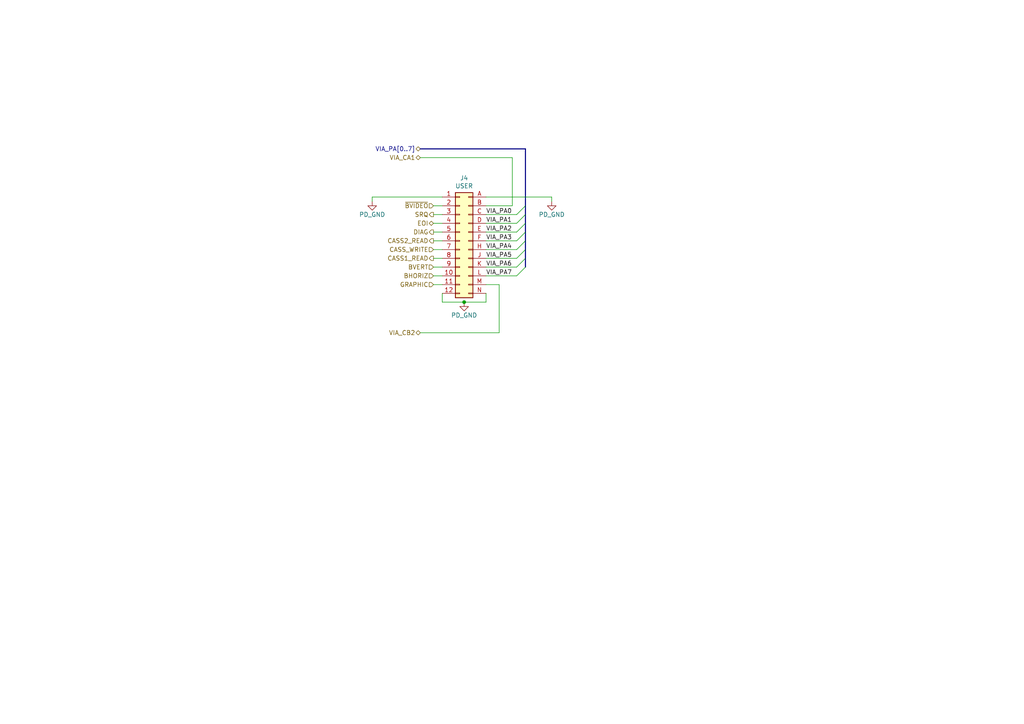
<source format=kicad_sch>
(kicad_sch (version 20211123) (generator eeschema)
  (paper "A4")
  (lib_symbols
    (symbol "PD_GND_1" (power) (pin_names (offset 0))
      (property "Value" "PD_GND_1" (at 0 -3.81 0))
      (symbol "PD_GND_1_0_1"
        (polyline (pts (xy 0 0) (xy 0 -1.27) (xy 1.27 -1.27) (xy 0 -2.54) (xy -1.27 -1.27) (xy 0 -1.27)))
      )
      (symbol "PD_GND_1_1_1"
        (pin power_in line (at 0 0 270) (length 0) hide (name "PD_GND") (number "1"))
      )
    )
    (symbol "PD_GND_2" (power) (pin_names (offset 0))
      (property "Value" "PD_GND_2" (at 0 -3.81 0))
      (symbol "PD_GND_2_0_1"
        (polyline (pts (xy 0 0) (xy 0 -1.27) (xy 1.27 -1.27) (xy 0 -2.54) (xy -1.27 -1.27) (xy 0 -1.27)))
      )
      (symbol "PD_GND_2_1_1"
        (pin power_in line (at 0 0 270) (length 0) hide (name "PD_GND") (number "1"))
      )
    )
    (symbol "PET:PD_GND" (power) (pin_names (offset 0))
      (property "Value" "PD_GND" (at 0 -3.81 0))
      (symbol "PD_GND_0_1"
        (polyline (pts (xy 0 0) (xy 0 -1.27) (xy 1.27 -1.27) (xy 0 -2.54) (xy -1.27 -1.27) (xy 0 -1.27)))
      )
      (symbol "PD_GND_1_1"
        (pin power_in line (at 0 0 270) (length 0) hide (name "PD_GND") (number "1"))
      )
    )
    (symbol "Retrocomputing:CBM_PET_USER_Conn_02x12_Card_Edge" (pin_names (offset 1.016) hide)
      (property "Reference" "J" (at 1.27 15.24 0))
      (property "Value" "CBM_PET_USER_Conn_02x12_Card_Edge" (at 1.27 -17.78 0))
      (symbol "CBM_PET_USER_Conn_02x12_Card_Edge_1_1"
        (rectangle (start -1.27 -15.113) (end 0 -15.367) (stroke (width 0.1524)))
        (rectangle (start -1.27 -12.573) (end 0 -12.827) (stroke (width 0.1524)))
        (rectangle (start -1.27 -10.033) (end 0 -10.287) (stroke (width 0.1524)))
        (rectangle (start -1.27 -7.493) (end 0 -7.747) (stroke (width 0.1524)))
        (rectangle (start -1.27 -4.953) (end 0 -5.207) (stroke (width 0.1524)))
        (rectangle (start -1.27 -2.413) (end 0 -2.667) (stroke (width 0.1524)))
        (rectangle (start -1.27 0.127) (end 0 -0.127) (stroke (width 0.1524)))
        (rectangle (start -1.27 2.667) (end 0 2.413) (stroke (width 0.1524)))
        (rectangle (start -1.27 5.207) (end 0 4.953) (stroke (width 0.1524)))
        (rectangle (start -1.27 7.747) (end 0 7.493) (stroke (width 0.1524)))
        (rectangle (start -1.27 10.287) (end 0 10.033) (stroke (width 0.1524)))
        (rectangle (start -1.27 12.827) (end 0 12.573) (stroke (width 0.1524)))
        (rectangle (start -1.27 13.97) (end 3.81 -16.51) (stroke (width 0.254)) (fill (type background)))
        (rectangle (start 3.81 -15.113) (end 2.54 -15.367) (stroke (width 0.1524)))
        (rectangle (start 3.81 -12.573) (end 2.54 -12.827) (stroke (width 0.1524)))
        (rectangle (start 3.81 -10.033) (end 2.54 -10.287) (stroke (width 0.1524)))
        (rectangle (start 3.81 -7.493) (end 2.54 -7.747) (stroke (width 0.1524)))
        (rectangle (start 3.81 -4.953) (end 2.54 -5.207) (stroke (width 0.1524)))
        (rectangle (start 3.81 -2.413) (end 2.54 -2.667) (stroke (width 0.1524)))
        (rectangle (start 3.81 0.127) (end 2.54 -0.127) (stroke (width 0.1524)))
        (rectangle (start 3.81 2.667) (end 2.54 2.413) (stroke (width 0.1524)))
        (rectangle (start 3.81 5.207) (end 2.54 4.953) (stroke (width 0.1524)))
        (rectangle (start 3.81 7.747) (end 2.54 7.493) (stroke (width 0.1524)))
        (rectangle (start 3.81 10.287) (end 2.54 10.033) (stroke (width 0.1524)))
        (rectangle (start 3.81 12.827) (end 2.54 12.573) (stroke (width 0.1524)))
        (pin power_in line (at -5.08 12.7 0) (length 3.81) (name "GND") (number "1"))
        (pin input line (at -5.08 -10.16 0) (length 3.81) (name "HORIZ") (number "10"))
        (pin input line (at -5.08 -12.7 0) (length 3.81) (name "GRAPHIC") (number "11"))
        (pin power_in line (at -5.08 -15.24 0) (length 3.81) (name "GND") (number "12"))
        (pin input line (at -5.08 10.16 0) (length 3.81) (name "~{VIDEO}") (number "2"))
        (pin output line (at -5.08 7.62 0) (length 3.81) (name "SRQ") (number "3"))
        (pin bidirectional line (at -5.08 5.08 0) (length 3.81) (name "EOI") (number "4"))
        (pin output line (at -5.08 2.54 0) (length 3.81) (name "DIAG") (number "5"))
        (pin output line (at -5.08 0 0) (length 3.81) (name "CASS2_READ") (number "6"))
        (pin input line (at -5.08 -2.54 0) (length 3.81) (name "CASS_WRITE") (number "7"))
        (pin output line (at -5.08 -5.08 0) (length 3.81) (name "CASS1_READ") (number "8"))
        (pin input line (at -5.08 -7.62 0) (length 3.81) (name "VERT") (number "9"))
        (pin power_in line (at 7.62 12.7 180) (length 3.81) (name "GND") (number "A"))
        (pin bidirectional line (at 7.62 10.16 180) (length 3.81) (name "VIA_CA1") (number "B"))
        (pin bidirectional line (at 7.62 7.62 180) (length 3.81) (name "VIA_PA0") (number "C"))
        (pin bidirectional line (at 7.62 5.08 180) (length 3.81) (name "VIA_PA1") (number "D"))
        (pin bidirectional line (at 7.62 2.54 180) (length 3.81) (name "VIA_PA2") (number "E"))
        (pin bidirectional line (at 7.62 0 180) (length 3.81) (name "VIA_PA3") (number "F"))
        (pin bidirectional line (at 7.62 -2.54 180) (length 3.81) (name "VIA_PA4") (number "H"))
        (pin bidirectional line (at 7.62 -5.08 180) (length 3.81) (name "VIA_PA5") (number "J"))
        (pin bidirectional line (at 7.62 -7.62 180) (length 3.81) (name "VIA_PA6") (number "K"))
        (pin bidirectional line (at 7.62 -10.16 180) (length 3.81) (name "VIA_PA7") (number "L"))
        (pin bidirectional line (at 7.62 -12.7 180) (length 3.81) (name "VIA_CB2") (number "M"))
        (pin power_in line (at 7.62 -15.24 180) (length 3.81) (name "GND") (number "N"))
      )
    )
  )
  (junction (at 134.62 87.63))
  (bus_entry (at 152.4 67.31) (size -2.54 2.54))
  (bus_entry (at 152.4 77.47) (size -2.54 2.54))
  (bus_entry (at 152.4 64.77) (size -2.54 2.54))
  (bus_entry (at 152.4 74.93) (size -2.54 2.54))
  (bus_entry (at 152.4 59.69) (size -2.54 2.54))
  (bus_entry (at 152.4 72.39) (size -2.54 2.54))
  (bus_entry (at 152.4 62.23) (size -2.54 2.54))
  (bus_entry (at 152.4 69.85) (size -2.54 2.54))
  (bus (pts (xy 152.4 64.77) (xy 152.4 67.31)))
  (bus (pts (xy 152.4 72.39) (xy 152.4 74.93)))
  (wire (pts (xy 125.73 80.01) (xy 128.27 80.01)))
  (bus (pts (xy 152.4 59.69) (xy 152.4 62.23)))
  (bus (pts (xy 152.4 69.85) (xy 152.4 72.39)))
  (wire (pts (xy 144.78 96.52) (xy 121.92 96.52)))
  (wire (pts (xy 149.86 62.23) (xy 140.97 62.23)))
  (bus (pts (xy 152.4 62.23) (xy 152.4 64.77)))
  (wire (pts (xy 125.73 74.93) (xy 128.27 74.93)))
  (wire (pts (xy 140.97 57.15) (xy 160.02 57.15)))
  (wire (pts (xy 128.27 87.63) (xy 128.27 85.09)))
  (wire (pts (xy 148.59 59.69) (xy 148.59 45.72)))
  (wire (pts (xy 140.97 69.85) (xy 149.86 69.85)))
  (wire (pts (xy 125.73 72.39) (xy 128.27 72.39)))
  (bus (pts (xy 152.4 43.18) (xy 121.92 43.18)))
  (wire (pts (xy 125.73 59.69) (xy 128.27 59.69)))
  (wire (pts (xy 140.97 64.77) (xy 149.86 64.77)))
  (wire (pts (xy 140.97 72.39) (xy 149.86 72.39)))
  (wire (pts (xy 128.27 57.15) (xy 107.95 57.15)))
  (wire (pts (xy 125.73 67.31) (xy 128.27 67.31)))
  (wire (pts (xy 125.73 77.47) (xy 128.27 77.47)))
  (wire (pts (xy 125.73 62.23) (xy 128.27 62.23)))
  (bus (pts (xy 152.4 74.93) (xy 152.4 77.47)))
  (wire (pts (xy 140.97 59.69) (xy 148.59 59.69)))
  (bus (pts (xy 152.4 67.31) (xy 152.4 69.85)))
  (wire (pts (xy 125.73 69.85) (xy 128.27 69.85)))
  (wire (pts (xy 134.62 87.63) (xy 140.97 87.63)))
  (wire (pts (xy 140.97 85.09) (xy 140.97 87.63)))
  (wire (pts (xy 107.95 57.15) (xy 107.95 58.42)))
  (wire (pts (xy 128.27 87.63) (xy 134.62 87.63)))
  (wire (pts (xy 160.02 57.15) (xy 160.02 58.42)))
  (wire (pts (xy 149.86 67.31) (xy 140.97 67.31)))
  (wire (pts (xy 140.97 80.01) (xy 149.86 80.01)))
  (wire (pts (xy 148.59 45.72) (xy 121.92 45.72)))
  (wire (pts (xy 140.97 74.93) (xy 149.86 74.93)))
  (wire (pts (xy 140.97 77.47) (xy 149.86 77.47)))
  (wire (pts (xy 125.73 82.55) (xy 128.27 82.55)))
  (wire (pts (xy 144.78 82.55) (xy 144.78 96.52)))
  (wire (pts (xy 125.73 64.77) (xy 128.27 64.77)))
  (bus (pts (xy 152.4 43.18) (xy 152.4 59.69)))
  (wire (pts (xy 140.97 82.55) (xy 144.78 82.55)))
  (label "VIA_PA1" (at 140.97 64.77 0))
  (label "VIA_PA5" (at 140.97 74.93 0))
  (label "VIA_PA3" (at 140.97 69.85 0))
  (label "VIA_PA4" (at 140.97 72.39 0))
  (label "VIA_PA6" (at 140.97 77.47 0))
  (label "VIA_PA7" (at 140.97 80.01 0))
  (label "VIA_PA2" (at 140.97 67.31 0))
  (label "VIA_PA0" (at 140.97 62.23 0))
  (hierarchical_label "DIAG" (shape output) (at 125.73 67.31 180))
  (hierarchical_label "BVERT" (shape input) (at 125.73 77.47 180))
  (hierarchical_label "CASS1_READ" (shape output) (at 125.73 74.93 180))
  (hierarchical_label "SRQ" (shape output) (at 125.73 62.23 180))
  (hierarchical_label "BHORIZ" (shape input) (at 125.73 80.01 180))
  (hierarchical_label "VIA_PA[0..7]" (shape bidirectional) (at 121.92 43.18 180))
  (hierarchical_label "GRAPHIC" (shape input) (at 125.73 82.55 180))
  (hierarchical_label "~{BVIDEO}" (shape input) (at 125.73 59.69 180))
  (hierarchical_label "VIA_CA1" (shape bidirectional) (at 121.92 45.72 180))
  (hierarchical_label "EOI" (shape bidirectional) (at 125.73 64.77 180))
  (hierarchical_label "VIA_CB2" (shape bidirectional) (at 121.92 96.52 180))
  (hierarchical_label "CASS2_READ" (shape output) (at 125.73 69.85 180))
  (hierarchical_label "CASS_WRITE" (shape input) (at 125.73 72.39 180))
  (symbol (lib_id "Retrocomputing:CBM_PET_USER_Conn_02x12_Card_Edge") (at 133.35 69.85 0) (unit 1)
    (property "Reference" "J4" (at 134.62 51.6382 0))
    (property "Value" "USER" (at 134.62 53.9496 0))
    (property "Footprint" "Retrocomputing:CBM_PET_USER_EDGE_CON_24P" (effects hide))
  )
  (symbol (lib_id "PET:PD_GND") (at 107.95 58.42 0) (unit 1)
    (property "Reference" "#PWR0187" (effects hide))
    (property "Value" "PD_GND" (at 107.95 62.23 0))
  )
  (symbol (lib_name "PD_GND_2") (lib_id "PET:PD_GND") (at 134.62 87.63 0) (unit 1)
    (property "Reference" "#PWR0186" (effects hide))
    (property "Value" "PD_GND" (at 134.62 91.44 0))
  )
  (symbol (lib_name "PD_GND_1") (lib_id "PET:PD_GND") (at 160.02 58.42 0) (unit 1)
    (property "Reference" "#PWR0185" (effects hide))
    (property "Value" "PD_GND" (at 160.02 62.23 0))
  )
)
</source>
